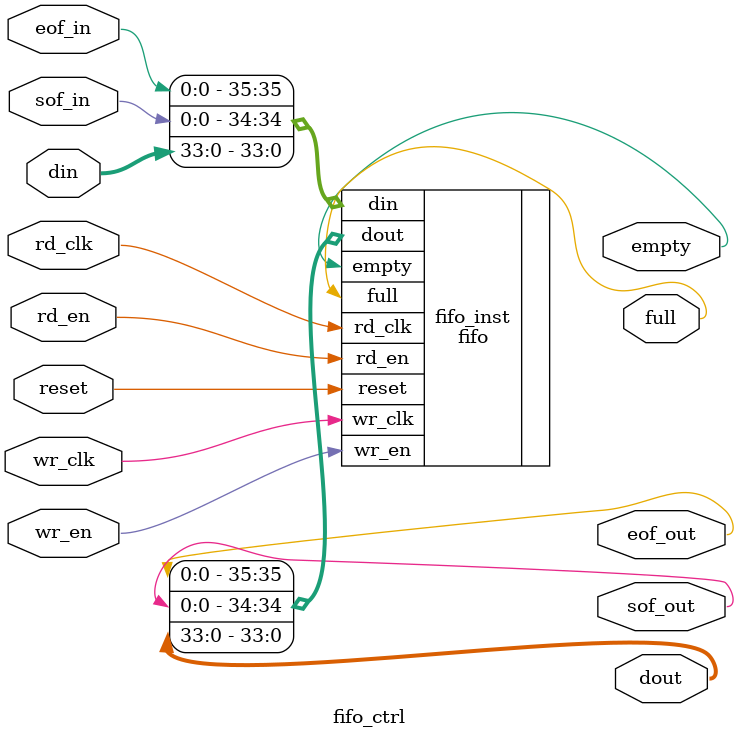
<source format=sv>

module fifo_ctrl #(
	parameter FIFO_DATA_WIDTH = 32,
	parameter FIFO_BUFFER_SIZE = 256
)
(
	input logic reset, 

	input logic wr_clk,
	input logic wr_en,
	input logic sof_in,
	input logic eof_in,
	input logic [ FIFO_DATA_WIDTH + 1:0 ] din,
	output logic full,

	input logic rd_clk,
	input logic rd_en,
	output logic sof_out,
	output logic eof_out,
	output logic [ FIFO_DATA_WIDTH + 1:0 ] dout,
	output logic empty
);

	fifo #(
		.FIFO_DATA_WIDTH ( FIFO_DATA_WIDTH + 2 ),
		.FIFO_BUFFER_SIZE( FIFO_BUFFER_SIZE )
	) fifo_inst (
		.reset( reset ),

		.wr_clk( wr_clk ),
		.wr_en ( wr_en ),
		.din   ( { eof_in, sof_in, din } ),
		.full  ( full ),

		.rd_clk( rd_clk ),
		.rd_en ( rd_en ),
		.dout  ( { eof_out, sof_out, dout } ),
		.empty ( empty )
	);

endmodule: fifo_ctrl



</source>
